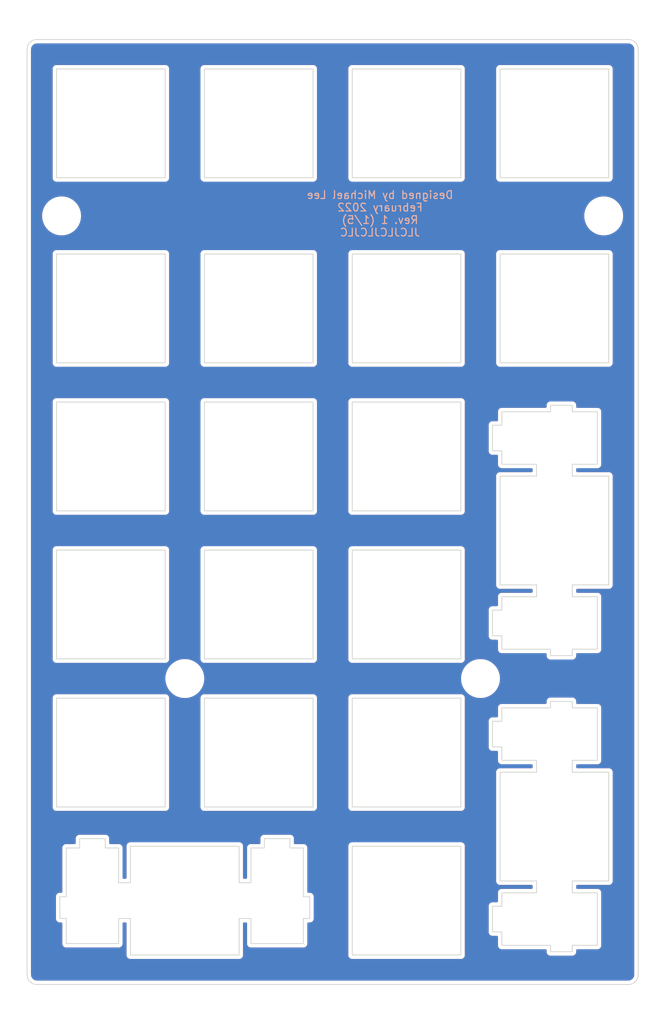
<source format=kicad_pcb>
(kicad_pcb (version 20211014) (generator pcbnew)
  (layers (0 "F.Cu" signal) (31 "B.Cu" signal) (34 "B.Paste" user) (35 "F.Paste" user) (36 "B.SilkS" user "B.Silkscreen") (37 "F.SilkS" user "F.Silkscreen") (38 "B.Mask" user) (39 "F.Mask" user) (44 "Edge.Cuts" user))
  (net 0 "")
  (footprint "MountingHole:MountingHole_3mm" (layer "F.Cu") (at 112.7125 61.11875)
    (fp_text reference "H2" hide)
    (fp_text value "MountingHole")
    (pad "" np_thru_hole circle (at 0 0) (size 4 4) (drill 4) (layers F&B.Cu))
  )
  (footprint "MountingHole:MountingHole_3mm" (layer "F.Cu") (at 42.8625 61.11875)
    (fp_text reference "H1" hide)
    (fp_text value "MountingHole")
    (pad "" np_thru_hole circle (at 0 0) (size 4 4) (drill 4) (layers F&B.Cu))
  )
  (footprint "MountingHole:MountingHole_3mm" (layer "F.Cu") (at 58.7375 120.65)
    (fp_text reference "H3" hide)
    (fp_text value "MountingHole")
    (pad "" np_thru_hole circle (at 0 0) (size 4 4) (drill 4) (layers F&B.Cu))
  )
  (footprint "MountingHole:MountingHole_3mm" (layer "F.Cu") (at 96.8375 120.65)
    (fp_text reference "H4" hide)
    (fp_text value "MountingHole")
    (pad "" np_thru_hole circle (at 0 0) (size 4 4) (drill 4) (layers F&B.Cu))
  )
  (gr_line (start 80.312113 99.073298) (end 80.312113 85.074098) (layer "Edge.Cuts") (width 0.1))
  (gr_line (start 80.312113 156.223468) (end 80.312113 142.223998) (layer "Edge.Cuts") (width 0.1))
  (gr_line (start 104.062513 94.599098) (end 99.362113 94.599098) (layer "Edge.Cuts") (width 0.1))
  (gr_line (start 99.592113 124.423798) (end 99.592113 126.147798) (layer "Edge.Cuts") (width 0.1))
  (gr_line (start 50.211613 151.522998) (end 51.737113 151.522998) (layer "Edge.Cuts") (width 0.1))
  (gr_line (start 75.261413 66.024098) (end 75.261413 80.023298) (layer "Edge.Cuts") (width 0.1))
  (gr_line (start 56.211613 56.210498) (end 42.212063 56.210498) (layer "Edge.Cuts") (width 0.1))
  (gr_line (start 99.362113 146.698498) (end 104.062513 146.698498) (layer "Edge.Cuts") (width 0.1))
  (gr_line (start 80.312113 42.211498) (end 94.311413 42.211498) (layer "Edge.Cuts") (width 0.1))
  (gr_line (start 108.662413 146.698498) (end 113.361413 146.698498) (layer "Edge.Cuts") (width 0.1))
  (gr_line (start 43.461963 154.753098) (end 50.211613 154.753098) (layer "Edge.Cuts") (width 0.1))
  (gr_line (start 67.262013 142.452698) (end 67.262013 146.923098) (layer "Edge.Cuts") (width 0.1))
  (gr_line (start 105.862413 85.498498) (end 105.862413 86.323998) (layer "Edge.Cuts") (width 0.1))
  (gr_line (start 65.736513 156.223468) (end 65.736513 151.522998) (layer "Edge.Cuts") (width 0.1))
  (gr_line (start 48.486263 141.253898) (end 45.185883 141.253898) (layer "Edge.Cuts") (width 0.1))
  (gr_line (start 94.311413 156.223468) (end 80.312113 156.223468) (layer "Edge.Cuts") (width 0.1))
  (gr_line (start 75.261413 123.174098) (end 75.261413 137.173498) (layer "Edge.Cuts") (width 0.1))
  (gr_line (start 108.662413 116.873498) (end 111.892413 116.873498) (layer "Edge.Cuts") (width 0.1))
  (gr_line (start 105.862413 86.323998) (end 99.592113 86.323998) (layer "Edge.Cuts") (width 0.1))
  (gr_line (start 51.737113 156.223468) (end 65.736513 156.223468) (layer "Edge.Cuts") (width 0.1))
  (gr_line (start 108.662413 93.073698) (end 111.892413 93.073698) (layer "Edge.Cuts") (width 0.1))
  (gr_line (start 42.212063 42.211498) (end 56.211613 42.211498) (layer "Edge.Cuts") (width 0.1))
  (gr_line (start 99.592113 88.047598) (end 98.392013 88.047598) (layer "Edge.Cuts") (width 0.1))
  (gr_line (start 50.211613 146.923098) (end 50.211613 142.452698) (layer "Edge.Cuts") (width 0.1))
  (gr_line (start 104.062513 146.698498) (end 104.062513 148.223998) (layer "Edge.Cuts") (width 0.1))
  (gr_line (start 105.862413 124.423798) (end 99.592113 124.423798) (layer "Edge.Cuts") (width 0.1))
  (gr_line (start 111.892413 124.423798) (end 108.662413 124.423798) (layer "Edge.Cuts") (width 0.1))
  (gr_line (start 94.311413 104.124098) (end 94.311413 118.123298) (layer "Edge.Cuts") (width 0.1))
  (gr_line (start 98.392013 88.047598) (end 98.392013 91.348198) (layer "Edge.Cuts") (width 0.1))
  (gr_line (start 42.212063 80.023298) (end 42.212063 66.024098) (layer "Edge.Cuts") (width 0.1))
  (gr_line (start 67.262013 154.753098) (end 74.011713 154.753098) (layer "Edge.Cuts") (width 0.1))
  (gr_line (start 113.361413 66.024098) (end 113.361413 80.023298) (layer "Edge.Cuts") (width 0.1))
  (gr_line (start 108.662413 108.598298) (end 113.361413 108.598298) (layer "Edge.Cuts") (width 0.1))
  (gr_line (start 115.887499 160.019999) (end 39.687499 160.019999) (layer "Edge.Cuts") (width 0.1))
  (gr_line (start 99.592113 129.448198) (end 99.592113 131.173498) (layer "Edge.Cuts") (width 0.1))
  (gr_line (start 42.212063 118.123298) (end 42.212063 104.124098) (layer "Edge.Cuts") (width 0.1))
  (gr_line (start 105.862413 155.797658) (end 108.662413 155.797658) (layer "Edge.Cuts") (width 0.1))
  (gr_line (start 42.212063 85.074098) (end 56.211613 85.074098) (layer "Edge.Cuts") (width 0.1))
  (gr_line (start 72.286413 142.452698) (end 72.286413 141.253898) (layer "Edge.Cuts") (width 0.1))
  (gr_line (start 108.662413 123.598498) (end 105.862413 123.598498) (layer "Edge.Cuts") (width 0.1))
  (gr_line (start 56.211613 123.174098) (end 56.211613 137.173498) (layer "Edge.Cuts") (width 0.1))
  (gr_line (start 99.592113 110.124098) (end 99.592113 111.847798) (layer "Edge.Cuts") (width 0.1))
  (gr_line (start 80.312113 85.074098) (end 94.311413 85.074098) (layer "Edge.Cuts") (width 0.1))
  (gr_line (start 80.312113 142.223998) (end 94.311413 142.223998) (layer "Edge.Cuts") (width 0.1))
  (gr_line (start 111.892413 110.124098) (end 108.662413 110.124098) (layer "Edge.Cuts") (width 0.1))
  (gr_line (start 42.212063 104.124098) (end 56.211613 104.124098) (layer "Edge.Cuts") (width 0.1))
  (gr_line (start 99.592113 86.323998) (end 99.592113 88.047598) (layer "Edge.Cuts") (width 0.1))
  (gr_line (start 75.261413 56.210498) (end 61.262113 56.210498) (layer "Edge.Cuts") (width 0.1))
  (gr_line (start 65.736513 146.923098) (end 65.736513 142.223998) (layer "Edge.Cuts") (width 0.1))
  (gr_line (start 42.212063 123.174098) (end 56.211613 123.174098) (layer "Edge.Cuts") (width 0.1))
  (gr_line (start 45.185883 141.253898) (end 45.187253 142.452698) (layer "Edge.Cuts") (width 0.1))
  (gr_line (start 80.312113 137.173498) (end 80.312113 123.174098) (layer "Edge.Cuts") (width 0.1))
  (gr_line (start 42.636503 151.522998) (end 43.461963 151.522998) (layer "Edge.Cuts") (width 0.1))
  (gr_line (start 108.662413 154.973588) (end 111.892413 154.973588) (layer "Edge.Cuts") (width 0.1))
  (gr_line (start 61.262113 137.173498) (end 61.262113 123.174098) (layer "Edge.Cuts") (width 0.1))
  (gr_line (start 50.211613 142.452698) (end 48.486263 142.452698) (layer "Edge.Cuts") (width 0.1))
  (gr_line (start 99.592113 131.173498) (end 104.062513 131.173498) (layer "Edge.Cuts") (width 0.1))
  (gr_arc (start 117.157499 158.749999) (mid 116.785525 159.648025) (end 115.887499 160.019999) (layer "Edge.Cuts") (width 0.1))
  (gr_line (start 113.361413 132.698998) (end 108.662413 132.698998) (layer "Edge.Cuts") (width 0.1))
  (gr_line (start 74.011713 148.722798) (end 74.011713 142.452698) (layer "Edge.Cuts") (width 0.1))
  (gr_line (start 99.362113 80.023298) (end 99.362113 66.024098) (layer "Edge.Cuts") (width 0.1))
  (gr_arc (start 39.687499 160.019999) (mid 38.789473 159.648025) (end 38.417499 158.749999) (layer "Edge.Cuts") (width 0.1))
  (gr_line (start 38.417499 158.749999) (end 38.417499 39.687499) (layer "Edge.Cuts") (width 0.1))
  (gr_line (start 94.311413 66.024098) (end 94.311413 80.023298) (layer "Edge.Cuts") (width 0.1))
  (gr_line (start 74.011713 142.452698) (end 72.286413 142.452698) (layer "Edge.Cuts") (width 0.1))
  (gr_line (start 108.662413 86.323998) (end 108.662413 85.498498) (layer "Edge.Cuts") (width 0.1))
  (gr_line (start 65.736513 151.522998) (end 67.262013 151.522998) (layer "Edge.Cuts") (width 0.1))
  (gr_line (start 113.361413 146.698498) (end 113.361413 132.698998) (layer "Edge.Cuts") (width 0.1))
  (gr_line (start 43.461963 151.522998) (end 43.461963 154.753098) (layer "Edge.Cuts") (width 0.1))
  (gr_line (start 99.362113 56.210498) (end 99.362113 42.211498) (layer "Edge.Cuts") (width 0.1))
  (gr_line (start 61.262113 42.211498) (end 75.261413 42.211498) (layer "Edge.Cuts") (width 0.1))
  (gr_line (start 94.311413 123.174098) (end 94.311413 137.173498) (layer "Edge.Cuts") (width 0.1))
  (gr_line (start 104.062513 132.698998) (end 99.362113 132.698998) (layer "Edge.Cuts") (width 0.1))
  (gr_line (start 42.212063 66.024098) (end 56.211613 66.024098) (layer "Edge.Cuts") (width 0.1))
  (gr_line (start 108.662413 94.599098) (end 108.662413 93.073698) (layer "Edge.Cuts") (width 0.1))
  (gr_line (start 99.592113 154.973588) (end 105.862413 154.973588) (layer "Edge.Cuts") (width 0.1))
  (gr_line (start 75.261413 104.124098) (end 75.261413 118.123298) (layer "Edge.Cuts") (width 0.1))
  (gr_line (start 108.662413 110.124098) (end 108.662413 108.598298) (layer "Edge.Cuts") (width 0.1))
  (gr_line (start 61.262113 80.023298) (end 61.262113 66.024098) (layer "Edge.Cuts") (width 0.1))
  (gr_line (start 98.392013 91.348198) (end 99.592113 91.348198) (layer "Edge.Cuts") (width 0.1))
  (gr_line (start 68.987313 141.253898) (end 68.987313 142.452698) (layer "Edge.Cuts") (width 0.1))
  (gr_line (start 99.362113 108.598298) (end 104.062513 108.598298) (layer "Edge.Cuts") (width 0.1))
  (gr_line (start 75.261413 85.074098) (end 75.261413 99.073298) (layer "Edge.Cuts") (width 0.1))
  (gr_line (start 99.592113 126.147798) (end 98.392013 126.147798) (layer "Edge.Cuts") (width 0.1))
  (gr_line (start 105.862413 123.598498) (end 105.862413 124.423798) (layer "Edge.Cuts") (width 0.1))
  (gr_line (start 56.211613 66.024098) (end 56.211613 80.023298) (layer "Edge.Cuts") (width 0.1))
  (gr_line (start 113.361413 80.023298) (end 99.362113 80.023298) (layer "Edge.Cuts") (width 0.1))
  (gr_line (start 99.362113 66.024098) (end 113.361413 66.024098) (layer "Edge.Cuts") (width 0.1))
  (gr_line (start 56.211613 42.211498) (end 56.211613 56.210498) (layer "Edge.Cuts") (width 0.1))
  (gr_line (start 108.662413 131.173498) (end 111.892413 131.173498) (layer "Edge.Cuts") (width 0.1))
  (gr_line (start 51.737113 146.923098) (end 50.211613 146.923098) (layer "Edge.Cuts") (width 0.1))
  (gr_line (start 111.892413 116.873498) (end 111.892413 110.124098) (layer "Edge.Cuts") (width 0.1))
  (gr_line (start 99.592113 111.847798) (end 98.392013 111.847798) (layer "Edge.Cuts") (width 0.1))
  (gr_line (start 108.662413 124.423798) (end 108.662413 123.598498) (layer "Edge.Cuts") (width 0.1))
  (gr_line (start 99.362113 132.698998) (end 99.362113 146.698498) (layer "Edge.Cuts") (width 0.1))
  (gr_line (start 108.662413 117.697498) (end 108.662413 116.873498) (layer "Edge.Cuts") (width 0.1))
  (gr_line (start 94.311413 56.210498) (end 80.312113 56.210498) (layer "Edge.Cuts") (width 0.1))
  (gr_line (start 74.837113 148.722798) (end 74.011713 148.722798) (layer "Edge.Cuts") (width 0.1))
  (gr_line (start 113.361413 108.598298) (end 113.361413 94.599098) (layer "Edge.Cuts") (width 0.1))
  (gr_line (start 113.361413 94.599098) (end 108.662413 94.599098) (layer "Edge.Cuts") (width 0.1))
  (gr_line (start 108.662413 148.223998) (end 108.662413 146.698498) (layer "Edge.Cuts") (width 0.1))
  (gr_line (start 61.262113 66.024098) (end 75.261413 66.024098) (layer "Edge.Cuts") (width 0.1))
  (gr_line (start 80.312113 123.174098) (end 94.311413 123.174098) (layer "Edge.Cuts") (width 0.1))
  (gr_line (start 94.311413 80.023298) (end 80.312113 80.023298) (layer "Edge.Cuts") (width 0.1))
  (gr_line (start 80.312113 118.123298) (end 80.312113 104.124098) (layer "Edge.Cuts") (width 0.1))
  (gr_line (start 111.892413 86.323998) (end 108.662413 86.323998) (layer "Edge.Cuts") (width 0.1))
  (gr_line (start 56.211613 137.173498) (end 42.212063 137.173498) (layer "Edge.Cuts") (width 0.1))
  (gr_line (start 108.662413 132.698998) (end 108.662413 131.173498) (layer "Edge.Cuts") (width 0.1))
  (gr_line (start 98.392013 115.148398) (end 99.592113 115.148398) (layer "Edge.Cuts") (width 0.1))
  (gr_line (start 56.211613 99.073298) (end 42.212063 99.073298) (layer "Edge.Cuts") (width 0.1))
  (gr_line (start 113.361413 56.210498) (end 99.362113 56.210498) (layer "Edge.Cuts") (width 0.1))
  (gr_line (start 108.662413 155.797658) (end 108.662413 154.973588) (layer "Edge.Cuts") (width 0.1))
  (gr_line (start 113.361413 42.211498) (end 113.361413 56.210498) (layer "Edge.Cuts") (width 0.1))
  (gr_line (start 74.011713 154.753098) (end 74.011713 151.522998) (layer "Edge.Cuts") (width 0.1))
  (gr_line (start 61.262113 104.124098) (end 75.261413 104.124098) (layer "Edge.Cuts") (width 0.1))
  (gr_line (start 98.392013 126.147798) (end 98.392013 129.448198) (layer "Edge.Cuts") (width 0.1))
  (gr_line (start 56.211613 80.023298) (end 42.212063 80.023298) (layer "Edge.Cuts") (width 0.1))
  (gr_line (start 104.062513 148.223998) (end 99.592113 148.223998) (layer "Edge.Cuts") (width 0.1))
  (gr_line (start 42.636503 148.722798) (end 42.636503 151.522998) (layer "Edge.Cuts") (width 0.1))
  (gr_line (start 61.262113 118.123298) (end 61.262113 104.124098) (layer "Edge.Cuts") (width 0.1))
  (gr_line (start 99.592113 93.073698) (end 104.062513 93.073698) (layer "Edge.Cuts") (width 0.1))
  (gr_line (start 99.592113 149.947878) (end 98.392013 149.947878) (layer "Edge.Cuts") (width 0.1))
  (gr_line (start 105.862413 154.973588) (end 105.862413 155.797658) (layer "Edge.Cuts") (width 0.1))
  (gr_line (start 42.212063 137.173498) (end 42.212063 123.174098) (layer "Edge.Cuts") (width 0.1))
  (gr_line (start 94.311413 42.211498) (end 94.311413 56.210498) (layer "Edge.Cuts") (width 0.1))
  (gr_line (start 99.592113 153.248298) (end 99.592113 154.973588) (layer "Edge.Cuts") (width 0.1))
  (gr_line (start 98.392013 111.847798) (end 98.392013 115.148398) (layer "Edge.Cuts") (width 0.1))
  (gr_line (start 61.262113 85.074098) (end 75.261413 85.074098) (layer "Edge.Cuts") (width 0.1))
  (gr_arc (start 115.887499 38.417499) (mid 116.785525 38.789473) (end 117.157499 39.687499) (layer "Edge.Cuts") (width 0.1))
  (gr_line (start 104.062513 131.173498) (end 104.062513 132.698998) (layer "Edge.Cuts") (width 0.1))
  (gr_line (start 117.157499 158.749999) (end 117.157499 39.687499) (layer "Edge.Cuts") (width 0.1))
  (gr_line (start 51.737113 151.522998) (end 51.737113 156.223468) (layer "Edge.Cuts") (width 0.1))
  (gr_line (start 56.211613 85.074098) (end 56.211613 99.073298) (layer "Edge.Cuts") (width 0.1))
  (gr_line (start 98.392013 149.947878) (end 98.392013 153.248298) (layer "Edge.Cuts") (width 0.1))
  (gr_line (start 104.062513 93.073698) (end 104.062513 94.599098) (layer "Edge.Cuts") (width 0.1))
  (gr_line (start 75.261413 137.173498) (end 61.262113 137.173498) (layer "Edge.Cuts") (width 0.1))
  (gr_line (start 104.062513 110.124098) (end 99.592113 110.124098) (layer "Edge.Cuts") (width 0.1))
  (gr_line (start 94.311413 99.073298) (end 80.312113 99.073298) (layer "Edge.Cuts") (width 0.1))
  (gr_line (start 80.312113 104.124098) (end 94.311413 104.124098) (layer "Edge.Cuts") (width 0.1))
  (gr_line (start 94.311413 85.074098) (end 94.311413 99.073298) (layer "Edge.Cuts") (width 0.1))
  (gr_line (start 43.461963 142.452698) (end 43.461963 148.722798) (layer "Edge.Cuts") (width 0.1))
  (gr_line (start 67.262013 151.522998) (end 67.262013 154.753098) (layer "Edge.Cuts") (width 0.1))
  (gr_line (start 94.311413 118.123298) (end 80.312113 118.123298) (layer "Edge.Cuts") (width 0.1))
  (gr_line (start 74.837113 151.522998) (end 74.837113 148.722798) (layer "Edge.Cuts") (width 0.1))
  (gr_line (start 105.862413 117.697498) (end 108.662413 117.697498) (layer "Edge.Cuts") (width 0.1))
  (gr_line (start 68.987313 142.452698) (end 67.262013 142.452698) (layer "Edge.Cuts") (width 0.1))
  (gr_line (start 80.312113 56.210498) (end 80.312113 42.211498) (layer "Edge.Cuts") (width 0.1))
  (gr_line (start 51.737113 142.223998) (end 51.737113 146.923098) (layer "Edge.Cuts") (width 0.1))
  (gr_line (start 94.311413 137.173498) (end 80.312113 137.173498) (layer "Edge.Cuts") (width 0.1))
  (gr_line (start 99.592113 148.223998) (end 99.592113 149.947878) (layer "Edge.Cuts") (width 0.1))
  (gr_line (start 98.392013 153.248298) (end 99.592113 153.248298) (layer "Edge.Cuts") (width 0.1))
  (gr_line (start 45.187253 142.452698) (end 43.461963 142.452698) (layer "Edge.Cuts") (width 0.1))
  (gr_line (start 99.592113 115.148398) (end 99.592113 116.873498) (layer "Edge.Cuts") (width 0.1))
  (gr_line (start 65.736513 142.223998) (end 51.737113 142.223998) (layer "Edge.Cuts") (width 0.1))
  (gr_line (start 80.312113 66.024098) (end 94.311413 66.024098) (layer "Edge.Cuts") (width 0.1))
  (gr_line (start 61.262113 99.073298) (end 61.262113 85.074098) (layer "Edge.Cuts") (width 0.1))
  (gr_line (start 80.312113 80.023298) (end 80.312113 66.024098) (layer "Edge.Cuts") (width 0.1))
  (gr_line (start 74.011713 151.522998) (end 74.837113 151.522998) (layer "Edge.Cuts") (width 0.1))
  (gr_line (start 42.212063 99.073298) (end 42.212063 85.074098) (layer "Edge.Cuts") (width 0.1))
  (gr_line (start 99.362113 94.599098) (end 99.362113 108.598298) (layer "Edge.Cuts") (width 0.1))
  (gr_line (start 42.212063 56.210498) (end 42.212063 42.211498) (layer "Edge.Cuts") (width 0.1))
  (gr_line (start 56.211613 118.123298) (end 42.212063 118.123298) (layer "Edge.Cuts") (width 0.1))
  (gr_line (start 111.892413 93.073698) (end 111.892413 86.323998) (layer "Edge.Cuts") (width 0.1))
  (gr_line (start 56.211613 104.124098) (end 56.211613 118.123298) (layer "Edge.Cuts") (width 0.1))
  (gr_line (start 98.392013 129.448198) (end 99.592113 129.448198) (layer "Edge.Cuts") (width 0.1))
  (gr_line (start 67.262013 146.923098) (end 65.736513 146.923098) (layer "Edge.Cuts") (width 0.1))
  (gr_line (start 43.461963 148.722798) (end 42.636503 148.722798) (layer "Edge.Cuts") (width 0.1))
  (gr_line (start 115.887499 38.417499) (end 39.687499 38.417499) (layer "Edge.Cuts") (width 0.1))
  (gr_line (start 75.261413 99.073298) (end 61.262113 99.073298) (layer "Edge.Cuts") (width 0.1))
  (gr_line (start 48.486263 142.452698) (end 48.486263 141.253898) (layer "Edge.Cuts") (width 0.1))
  (gr_line (start 111.892413 154.973588) (end 111.892413 148.223998) (layer "Edge.Cuts") (width 0.1))
  (gr_line (start 111.892413 131.173498) (end 111.892413 124.423798) (layer "Edge.Cuts") (width 0.1))
  (gr_line (start 75.261413 118.123298) (end 61.262113 118.123298) (layer "Edge.Cuts") (width 0.1))
  (gr_line (start 104.062513 108.598298) (end 104.062513 110.124098) (layer "Edge.Cuts") (width 0.1))
  (gr_line (start 111.892413 148.223998) (end 108.662413 148.223998) (layer "Edge.Cuts") (width 0.1))
  (gr_line (start 50.211613 154.753098) (end 50.211613 151.522998) (layer "Edge.Cuts") (width 0.1))
  (gr_line (start 99.592113 116.873498) (end 105.862413 116.873498) (layer "Edge.Cuts") (width 0.1))
  (gr_line (start 94.311413 142.223998) (end 94.311413 156.223468) (layer "Edge.Cuts") (width 0.1))
  (gr_line (start 105.862413 116.873498) (end 105.862413 117.697498) (layer "Edge.Cuts") (width 0.1))
  (gr_line (start 75.261413 80.023298) (end 61.262113 80.023298) (layer "Edge.Cuts") (width 0.1))
  (gr_arc (start 38.417499 39.687499) (mid 38.789473 38.789473) (end 39.687499 38.417499) (layer "Edge.Cuts") (width 0.1))
  (gr_line (start 99.362113 42.211498) (end 113.361413 42.211498) (layer "Edge.Cuts") (width 0.1))
  (gr_line (start 61.262113 123.174098) (end 75.261413 123.174098) (layer "Edge.Cuts") (width 0.1))
  (gr_line (start 72.286413 141.253898) (end 68.987313 141.253898) (layer "Edge.Cuts") (width 0.1))
  (gr_line (start 61.262113 56.210498) (end 61.262113 42.211498) (layer "Edge.Cuts") (width 0.1))
  (gr_line (start 75.261413 42.211498) (end 75.261413 56.210498) (layer "Edge.Cuts") (width 0.1))
  (gr_line (start 99.592113 91.348198) (end 99.592113 93.073698) (layer "Edge.Cuts") (width 0.1))
  (gr_line (start 108.662413 85.498498) (end 105.862413 85.498498) (layer "Edge.Cuts") (width 0.1))
  (gr_text "Designed by Michael Lee\nFebruary 2022\nRev. 1 (1/5)\nJLCJLCJLCJLC" (at 83.883499 60.833) (layer "B.SilkS") (effects (font (size 1 1)) (justify mirror)))
  (zone (net 0) (net_name "") (layer "F.Cu") (connect_pads (clearance 0.508)) (min_thickness 0.254) (fill yes (thermal_gap 0.508) (thermal_bridge_width 0.508))
    (polygon (pts (xy 118.268749 163.512499) (xy 37.306249 163.512499) (xy 37.306249 35.718749) (xy 118.268749 35.718749)))
  )
  (zone (net 0) (net_name "") (layer "B.Cu") (connect_pads (clearance 0.508)) (min_thickness 0.254) (fill yes (thermal_gap 0.508) (thermal_bridge_width 0.508))
    (polygon (pts (xy 119.856249 165.099999) (xy 34.924999 165.099999) (xy 34.924999 33.337499) (xy 119.856249 33.337499)))
  )
)
</source>
